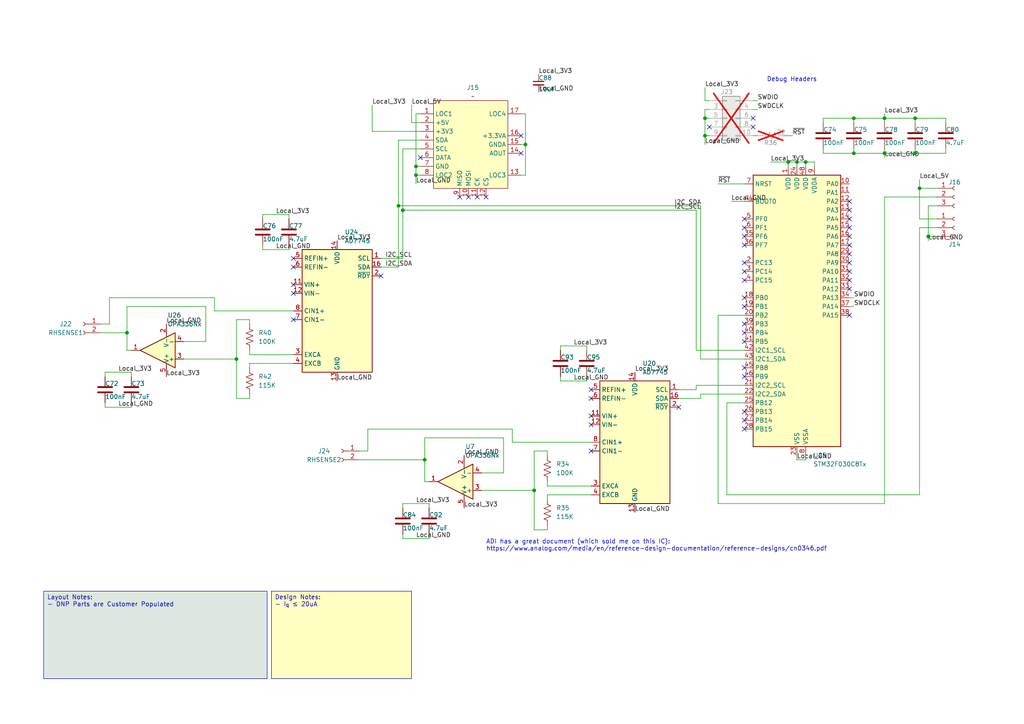
<source format=kicad_sch>
(kicad_sch (version 20231120) (generator "eeschema") (generator_version "8.0")
  (paper "A4")
  (title_block (title "FruityLogger") (date "2024-03-11") (rev "A") (company "FruityJungle Co."))
  (lib_symbols
    (symbol "Amplifier_Operational:OPA336Nx" (pin_names (offset 0.127))
      (property "Reference" "U" (at -1.27 6.35 0))
      (property "Value" "OPA336Nx" (at -1.27 3.81 0))
      (symbol "OPA336Nx_0_1"
        (polyline (pts (xy -5.08 5.08) (xy 5.08 0) (xy -5.08 -5.08) (xy -5.08 5.08)) (stroke (width 0.254)) (fill (type background)))
        (pin power_in line (at -2.54 -7.62 90) (length 3.81) (name "V-") (number "2"))
        (pin power_in line (at -2.54 7.62 270) (length 3.81) (name "V+") (number "5"))
      )
      (symbol "OPA336Nx_1_1"
        (pin output line (at 7.62 0 180) (length 2.54) (name "~") (number "1"))
        (pin input line (at -7.62 2.54 0) (length 2.54) (name "+") (number "3"))
        (pin input line (at -7.62 -2.54 0) (length 2.54) (name "-") (number "4"))
      )
    )
    (symbol "Analog_ADC:AD7745"
      (property "Reference" "U" (at -10.16 18.415 0))
      (property "Value" "AD7745" (at 10.16 18.415 0))
      (symbol "AD7745_0_1"
        (rectangle (start -10.16 17.78) (end 10.16 -17.78) (stroke (width 0.254)) (fill (type background)))
      )
      (symbol "AD7745_1_1"
        (pin input line (at 12.7 15.24 180) (length 2.54) (name "SCL") (number "1"))
        (pin no_connect line (at -10.16 -7.62 0) (length 2.54) hide (name "NC") (number "10"))
        (pin input line (at -12.7 7.62 0) (length 2.54) (name "VIN+") (number "11"))
        (pin input line (at -12.7 5.08 0) (length 2.54) (name "VIN-") (number "12"))
        (pin power_in line (at 0 -20.32 90) (length 2.54) (name "GND") (number "13"))
        (pin power_in line (at 0 20.32 270) (length 2.54) (name "VDD") (number "14"))
        (pin no_connect line (at 10.16 -15.24 180) (length 2.54) hide (name "NC") (number "15"))
        (pin bidirectional line (at 12.7 12.7 180) (length 2.54) (name "SDA") (number "16"))
        (pin output line (at 12.7 10.16 180) (length 2.54) (name "~{RDY}") (number "2"))
        (pin output line (at -12.7 -12.7 0) (length 2.54) (name "EXCA") (number "3"))
        (pin output line (at -12.7 -15.24 0) (length 2.54) (name "EXCB") (number "4"))
        (pin input line (at -12.7 15.24 0) (length 2.54) (name "REFIN+") (number "5"))
        (pin input line (at -12.7 12.7 0) (length 2.54) (name "REFIN-") (number "6"))
        (pin passive line (at -12.7 -2.54 0) (length 2.54) (name "CIN1-") (number "7"))
        (pin passive line (at -12.7 0 0) (length 2.54) (name "CIN1+") (number "8"))
        (pin no_connect line (at -10.16 -5.08 0) (length 2.54) hide (name "NC") (number "9"))
      )
    )
    (symbol "Connector:Conn_01x02_Socket" (pin_names (offset 1.016) hide)
      (property "Reference" "J" (at 0 2.54 0))
      (property "Value" "Conn_01x02_Socket" (at 0 -5.08 0))
      (symbol "Conn_01x02_Socket_1_1"
        (arc (start 0 -2.032) (mid -0.5058 -2.54) (end 0 -3.048) (stroke (width 0.1524)))
        (polyline (pts (xy -1.27 -2.54) (xy -0.508 -2.54)) (stroke (width 0.1524)))
        (polyline (pts (xy -1.27 0) (xy -0.508 0)) (stroke (width 0.1524)))
        (arc (start 0 0.508) (mid -0.5058 0) (end 0 -0.508) (stroke (width 0.1524)))
        (pin passive line (at -5.08 0 0) (length 3.81) (name "Pin_1") (number "1"))
        (pin passive line (at -5.08 -2.54 0) (length 3.81) (name "Pin_2") (number "2"))
      )
    )
    (symbol "Connector:Conn_01x03_Socket" (pin_names (offset 1.016) hide)
      (property "Reference" "J" (at 0 5.08 0))
      (property "Value" "Conn_01x03_Socket" (at 0 -5.08 0))
      (symbol "Conn_01x03_Socket_1_1"
        (arc (start 0 -2.032) (mid -0.5058 -2.54) (end 0 -3.048) (stroke (width 0.1524)))
        (polyline (pts (xy -1.27 -2.54) (xy -0.508 -2.54)) (stroke (width 0.1524)))
        (polyline (pts (xy -1.27 0) (xy -0.508 0)) (stroke (width 0.1524)))
        (polyline (pts (xy -1.27 2.54) (xy -0.508 2.54)) (stroke (width 0.1524)))
        (arc (start 0 0.508) (mid -0.5058 0) (end 0 -0.508) (stroke (width 0.1524)))
        (arc (start 0 3.048) (mid -0.5058 2.54) (end 0 2.032) (stroke (width 0.1524)))
        (pin passive line (at -5.08 2.54 0) (length 3.81) (name "Pin_1") (number "1"))
        (pin passive line (at -5.08 0 0) (length 3.81) (name "Pin_2") (number "2"))
        (pin passive line (at -5.08 -2.54 0) (length 3.81) (name "Pin_3") (number "3"))
      )
    )
    (symbol "Connector_Generic:Conn_02x05_Odd_Even" (pin_names (offset 1.016) hide)
      (property "Reference" "J" (at 1.27 7.62 0))
      (property "Value" "Conn_02x05_Odd_Even" (at 1.27 -7.62 0))
      (symbol "Conn_02x05_Odd_Even_1_1"
        (rectangle (start -1.27 -4.953) (end 0 -5.207) (stroke (width 0.1524)))
        (rectangle (start -1.27 -2.413) (end 0 -2.667) (stroke (width 0.1524)))
        (rectangle (start -1.27 0.127) (end 0 -0.127) (stroke (width 0.1524)))
        (rectangle (start -1.27 2.667) (end 0 2.413) (stroke (width 0.1524)))
        (rectangle (start -1.27 5.207) (end 0 4.953) (stroke (width 0.1524)))
        (rectangle (start -1.27 6.35) (end 3.81 -6.35) (stroke (width 0.254)) (fill (type background)))
        (rectangle (start 3.81 -4.953) (end 2.54 -5.207) (stroke (width 0.1524)))
        (rectangle (start 3.81 -2.413) (end 2.54 -2.667) (stroke (width 0.1524)))
        (rectangle (start 3.81 0.127) (end 2.54 -0.127) (stroke (width 0.1524)))
        (rectangle (start 3.81 2.667) (end 2.54 2.413) (stroke (width 0.1524)))
        (rectangle (start 3.81 5.207) (end 2.54 4.953) (stroke (width 0.1524)))
        (pin passive line (at -5.08 5.08 0) (length 3.81) (name "Pin_1") (number "1"))
        (pin passive line (at 7.62 -5.08 180) (length 3.81) (name "Pin_10") (number "10"))
        (pin passive line (at 7.62 5.08 180) (length 3.81) (name "Pin_2") (number "2"))
        (pin passive line (at -5.08 2.54 0) (length 3.81) (name "Pin_3") (number "3"))
        (pin passive line (at 7.62 2.54 180) (length 3.81) (name "Pin_4") (number "4"))
        (pin passive line (at -5.08 0 0) (length 3.81) (name "Pin_5") (number "5"))
        (pin passive line (at 7.62 0 180) (length 3.81) (name "Pin_6") (number "6"))
        (pin passive line (at -5.08 -2.54 0) (length 3.81) (name "Pin_7") (number "7"))
        (pin passive line (at 7.62 -2.54 180) (length 3.81) (name "Pin_8") (number "8"))
        (pin passive line (at -5.08 -5.08 0) (length 3.81) (name "Pin_9") (number "9"))
      )
    )
    (symbol "Device:C" (pin_numbers hide) (pin_names (offset 0.254))
      (property "Reference" "C" (at 0.635 2.54 0))
      (property "Value" "C" (at 0.635 -2.54 0))
      (symbol "C_0_1"
        (polyline (pts (xy -2.032 -0.762) (xy 2.032 -0.762)) (stroke (width 0.508)))
        (polyline (pts (xy -2.032 0.762) (xy 2.032 0.762)) (stroke (width 0.508)))
      )
      (symbol "C_1_1"
        (pin passive line (at 0 3.81 270) (length 2.794) (name "~") (number "1"))
        (pin passive line (at 0 -3.81 90) (length 2.794) (name "~") (number "2"))
      )
    )
    (symbol "Device:C_Small" (pin_numbers hide) (pin_names (offset 0.254) hide)
      (property "Reference" "C" (at 0.254 1.778 0))
      (property "Value" "C_Small" (at 0.254 -2.032 0))
      (symbol "C_Small_0_1"
        (polyline (pts (xy -1.524 -0.508) (xy 1.524 -0.508)) (stroke (width 0.3302)))
        (polyline (pts (xy -1.524 0.508) (xy 1.524 0.508)) (stroke (width 0.3048)))
      )
      (symbol "C_Small_1_1"
        (pin passive line (at 0 2.54 270) (length 2.032) (name "~") (number "1"))
        (pin passive line (at 0 -2.54 90) (length 2.032) (name "~") (number "2"))
      )
    )
    (symbol "Device:R_US" (pin_numbers hide) (pin_names (offset 0))
      (property "Reference" "R" (at 2.54 0 90))
      (property "Value" "R_US" (at -2.54 0 90))
      (symbol "R_US_0_1"
        (polyline (pts (xy 0 -2.286) (xy 0 -2.54)))
        (polyline (pts (xy 0 2.286) (xy 0 2.54)))
        (polyline (pts (xy 0 -0.762) (xy 1.016 -1.143) (xy 0 -1.524) (xy -1.016 -1.905) (xy 0 -2.286)))
        (polyline (pts (xy 0 0.762) (xy 1.016 0.381) (xy 0 0) (xy -1.016 -0.381) (xy 0 -0.762)))
        (polyline (pts (xy 0 2.286) (xy 1.016 1.905) (xy 0 1.524) (xy -1.016 1.143) (xy 0 0.762)))
      )
      (symbol "R_US_1_1"
        (pin passive line (at 0 3.81 270) (length 1.27) (name "~") (number "1"))
        (pin passive line (at 0 -3.81 90) (length 1.27) (name "~") (number "2"))
      )
    )
    (symbol "MCU_ST_STM32F0:STM32F030C8Tx"
      (property "Reference" "U" (at -12.7 41.91 0))
      (property "Value" "STM32F030C8Tx" (at 7.62 41.91 0))
      (symbol "STM32F030C8Tx_0_1"
        (rectangle (start -12.7 -38.1) (end 12.7 40.64) (stroke (width 0.254)) (fill (type background)))
      )
      (symbol "STM32F030C8Tx_1_1"
        (pin power_in line (at -2.54 43.18 270) (length 2.54) (name "VDD") (number "1"))
        (pin bidirectional line (at 15.24 38.1 180) (length 2.54) (name "PA0") (number "10"))
        (pin bidirectional line (at 15.24 35.56 180) (length 2.54) (name "PA1") (number "11"))
        (pin bidirectional line (at 15.24 33.02 180) (length 2.54) (name "PA2") (number "12"))
        (pin bidirectional line (at 15.24 30.48 180) (length 2.54) (name "PA3") (number "13"))
        (pin bidirectional line (at 15.24 27.94 180) (length 2.54) (name "PA4") (number "14"))
        (pin bidirectional line (at 15.24 25.4 180) (length 2.54) (name "PA5") (number "15"))
        (pin bidirectional line (at 15.24 22.86 180) (length 2.54) (name "PA6") (number "16"))
        (pin bidirectional line (at 15.24 20.32 180) (length 2.54) (name "PA7") (number "17"))
        (pin bidirectional line (at -15.24 5.08 0) (length 2.54) (name "PB0") (number "18"))
        (pin bidirectional line (at -15.24 2.54 0) (length 2.54) (name "PB1") (number "19"))
        (pin bidirectional line (at -15.24 15.24 0) (length 2.54) (name "PC13") (number "2"))
        (pin bidirectional line (at -15.24 0 0) (length 2.54) (name "PB2") (number "20"))
        (pin bidirectional line (at -15.24 -20.32 0) (length 2.54) (name "PB10") (number "21") (alternate "I2C2_SCL" bidirectional line))
        (pin bidirectional line (at -15.24 -22.86 0) (length 2.54) (name "PB11") (number "22") (alternate "I2C2_SDA" bidirectional line))
        (pin power_in line (at 0 -40.64 90) (length 2.54) (name "VSS") (number "23"))
        (pin power_in line (at 0 43.18 270) (length 2.54) (name "VDD") (number "24"))
        (pin bidirectional line (at -15.24 -25.4 0) (length 2.54) (name "PB12") (number "25"))
        (pin bidirectional line (at -15.24 -27.94 0) (length 2.54) (name "PB13") (number "26"))
        (pin bidirectional line (at -15.24 -30.48 0) (length 2.54) (name "PB14") (number "27"))
        (pin bidirectional line (at -15.24 -33.02 0) (length 2.54) (name "PB15") (number "28"))
        (pin bidirectional line (at 15.24 17.78 180) (length 2.54) (name "PA8") (number "29"))
        (pin bidirectional line (at -15.24 12.7 0) (length 2.54) (name "PC14") (number "3"))
        (pin bidirectional line (at 15.24 15.24 180) (length 2.54) (name "PA9") (number "30"))
        (pin bidirectional line (at 15.24 12.7 180) (length 2.54) (name "PA10") (number "31"))
        (pin bidirectional line (at 15.24 10.16 180) (length 2.54) (name "PA11") (number "32"))
        (pin bidirectional line (at 15.24 7.62 180) (length 2.54) (name "PA12") (number "33"))
        (pin bidirectional line (at 15.24 5.08 180) (length 2.54) (name "PA13") (number "34"))
        (pin bidirectional line (at -15.24 22.86 0) (length 2.54) (name "PF6") (number "35") (alternate "I2C2_SCL" bidirectional line))
        (pin bidirectional line (at -15.24 20.32 0) (length 2.54) (name "PF7") (number "36") (alternate "I2C2_SDA" bidirectional line))
        (pin bidirectional line (at 15.24 2.54 180) (length 2.54) (name "PA14") (number "37"))
        (pin bidirectional line (at 15.24 0 180) (length 2.54) (name "PA15") (number "38"))
        (pin bidirectional line (at -15.24 -2.54 0) (length 2.54) (name "PB3") (number "39"))
        (pin bidirectional line (at -15.24 10.16 0) (length 2.54) (name "PC15") (number "4"))
        (pin bidirectional line (at -15.24 -5.08 0) (length 2.54) (name "PB4") (number "40"))
        (pin bidirectional line (at -15.24 -7.62 0) (length 2.54) (name "PB5") (number "41") (alternate "" input line))
        (pin bidirectional line (at -15.24 -10.16 0) (length 2.54) (name "PB6") (number "42") (alternate "I2C1_SCL" bidirectional line))
        (pin bidirectional line (at -15.24 -12.7 0) (length 2.54) (name "PB7") (number "43") (alternate "I2C1_SDA" bidirectional line))
        (pin input line (at -15.24 33.02 0) (length 2.54) (name "BOOT0") (number "44"))
        (pin bidirectional line (at -15.24 -15.24 0) (length 2.54) (name "PB8") (number "45") (alternate "I2C1_SCL" bidirectional line))
        (pin bidirectional line (at -15.24 -17.78 0) (length 2.54) (name "PB9") (number "46") (alternate "I2C1_SDA" bidirectional line))
        (pin passive line (at 0 -40.64 90) (length 2.54) hide (name "VSS") (number "47"))
        (pin power_in line (at 2.54 43.18 270) (length 2.54) (name "VDD") (number "48"))
        (pin bidirectional line (at -15.24 27.94 0) (length 2.54) (name "PF0") (number "5"))
        (pin bidirectional line (at -15.24 25.4 0) (length 2.54) (name "PF1") (number "6"))
        (pin input line (at -15.24 38.1 0) (length 2.54) (name "NRST") (number "7"))
        (pin power_in line (at 2.54 -40.64 90) (length 2.54) (name "VSSA") (number "8"))
        (pin power_in line (at 5.08 43.18 270) (length 2.54) (name "VDDA") (number "9"))
      )
    )
    (symbol "ProjectLib:FloggyDigitalModule"
      (property "Reference" "J" (at 8.128 14.986 0))
      (symbol "FloggyDigitalModule_1_1"
        (rectangle (start -11.43 13.97) (end 10.16 -11.43) (fill (type background)))
        (pin passive line (at -15.24 10.16 0) (length 3.81) (name "LOC1") (number "1"))
        (pin input line (at -1.27 -13.97 90) (length 2.54) (name "MOSI") (number "10"))
        (pin input line (at 1.27 -13.97 90) (length 2.54) (name "CK") (number "11"))
        (pin input line (at 3.81 -13.97 90) (length 2.54) (name "CS") (number "12"))
        (pin passive line (at 13.97 -7.62 180) (length 3.81) (name "LOC3") (number "13"))
        (pin passive line (at 13.97 -1.27 180) (length 3.81) (name "AOUT") (number "14"))
        (pin passive line (at 13.97 1.27 180) (length 3.81) (name "GNDA") (number "15"))
        (pin passive line (at 13.97 3.81 180) (length 3.81) (name "+3.3VA") (number "16"))
        (pin passive line (at 13.97 10.16 180) (length 3.81) (name "LOC4") (number "17"))
        (pin power_in line (at -15.24 7.62 0) (length 3.81) (name "+5V") (number "2"))
        (pin power_in line (at -15.24 5.08 0) (length 3.81) (name "+3V3") (number "3"))
        (pin bidirectional line (at -15.24 2.54 0) (length 3.81) (name "SDA") (number "4"))
        (pin input line (at -15.24 0 0) (length 3.81) (name "SCL") (number "5"))
        (pin bidirectional line (at -15.24 -2.54 0) (length 3.81) (name "DATA") (number "6"))
        (pin passive line (at -15.24 -5.08 0) (length 3.81) (name "GND") (number "7"))
        (pin passive line (at -15.24 -7.62 0) (length 3.81) (name "LOC2") (number "8"))
        (pin bidirectional line (at -3.81 -13.97 90) (length 2.54) (name "MISO") (number "9"))
      )
    )
  )
  (junction (at 120.65 50.8))
  (junction (at 120.65 48.26))
  (junction (at 233.68 46.99))
  (junction (at 116.84 60.96))
  (junction (at 247.65 34.29))
  (junction (at 68.58 104.14))
  (junction (at 115.57 59.69))
  (junction (at 265.43 44.45))
  (junction (at 265.43 34.29))
  (junction (at 204.47 39.37))
  (junction (at 231.14 46.99))
  (junction (at 36.83 96.52))
  (junction (at 247.65 44.45))
  (junction (at 269.24 68.58))
  (junction (at 256.54 44.45))
  (junction (at 204.47 34.29))
  (junction (at 266.7 54.61))
  (junction (at 152.4 41.91))
  (junction (at 228.6 46.99))
  (junction (at 123.19 133.35))
  (junction (at 154.94 142.24))
  (junction (at 256.54 34.29))
  (no_connect (at 215.9 76.2))
  (no_connect (at 215.9 71.12))
  (no_connect (at 218.44 36.83))
  (no_connect (at 138.43 57.15))
  (no_connect (at 246.38 83.82))
  (no_connect (at 215.9 99.06))
  (no_connect (at 215.9 124.46))
  (no_connect (at 110.49 80.01))
  (no_connect (at 135.89 57.15))
  (no_connect (at 246.38 78.74))
  (no_connect (at 246.38 73.66))
  (no_connect (at 171.45 120.65))
  (no_connect (at 215.9 96.52))
  (no_connect (at 85.09 82.55))
  (no_connect (at 205.74 36.83))
  (no_connect (at 246.38 81.28))
  (no_connect (at 85.09 92.71))
  (no_connect (at 215.9 66.04))
  (no_connect (at 171.45 130.81))
  (no_connect (at 215.9 121.92))
  (no_connect (at 85.09 74.93))
  (no_connect (at 215.9 93.98))
  (no_connect (at 215.9 78.74))
  (no_connect (at 151.13 39.37))
  (no_connect (at 133.35 57.15))
  (no_connect (at 215.9 109.22))
  (no_connect (at 140.97 57.15))
  (no_connect (at 246.38 71.12))
  (no_connect (at 218.44 34.29))
  (no_connect (at 246.38 63.5))
  (no_connect (at 85.09 77.47))
  (no_connect (at 85.09 85.09))
  (no_connect (at 171.45 123.19))
  (no_connect (at 215.9 63.5))
  (no_connect (at 246.38 60.96))
  (no_connect (at 246.38 91.44))
  (no_connect (at 215.9 68.58))
  (no_connect (at 171.45 115.57))
  (no_connect (at 121.92 45.72))
  (no_connect (at 246.38 68.58))
  (no_connect (at 151.13 44.45))
  (no_connect (at 215.9 81.28))
  (no_connect (at 196.85 118.11))
  (no_connect (at 171.45 113.03))
  (no_connect (at 215.9 106.68))
  (no_connect (at 246.38 76.2))
  (no_connect (at 215.9 88.9))
  (no_connect (at 246.38 66.04))
  (no_connect (at 215.9 119.38))
  (no_connect (at 246.38 58.42))
  (no_connect (at 215.9 86.36))
  (wire (pts (xy 68.58 92.71) (xy 72.39 92.71)))
  (wire (pts (xy 76.2 72.39) (xy 83.82 72.39)))
  (wire (pts (xy 62.23 86.36) (xy 62.23 90.17)))
  (wire (pts (xy 119.38 30.48) (xy 119.38 35.56)))
  (wire (pts (xy 158.75 153.67) (xy 154.94 153.67)))
  (wire (pts (xy 152.4 41.91) (xy 152.4 33.02)))
  (wire (pts (xy 201.93 111.76) (xy 201.93 113.03)))
  (wire (pts (xy 218.44 29.21) (xy 219.71 29.21)))
  (wire (pts (xy 59.69 88.9) (xy 36.83 88.9)))
  (wire (pts (xy 116.84 156.21) (xy 124.46 156.21)))
  (wire (pts (xy 154.94 142.24) (xy 154.94 130.81)))
  (wire (pts (xy 29.21 96.52) (xy 36.83 96.52)))
  (wire (pts (xy 271.78 59.69) (xy 269.24 59.69)))
  (wire (pts (xy 215.9 116.84) (xy 210.82 116.84)))
  (wire (pts (xy 215.9 58.42) (xy 212.09 58.42)))
  (wire (pts (xy 271.78 68.58) (xy 269.24 68.58)))
  (wire (pts (xy 36.83 101.6) (xy 38.1 101.6)))
  (wire (pts (xy 53.34 99.06) (xy 59.69 99.06)))
  (wire (pts (xy 204.47 34.29) (xy 205.74 34.29)))
  (wire (pts (xy 162.56 109.22) (xy 162.56 110.49)))
  (wire (pts (xy 266.7 52.07) (xy 266.7 54.61)))
  (wire (pts (xy 83.82 72.39) (xy 83.82 71.12)))
  (wire (pts (xy 30.48 107.95) (xy 30.48 109.22)))
  (wire (pts (xy 208.28 91.44) (xy 208.28 146.05)))
  (wire (pts (xy 116.84 154.94) (xy 116.84 156.21)))
  (wire (pts (xy 274.32 34.29) (xy 274.32 35.56)))
  (wire (pts (xy 203.2 114.3) (xy 215.9 114.3)))
  (wire (pts (xy 247.65 44.45) (xy 256.54 44.45)))
  (wire (pts (xy 120.65 48.26) (xy 121.92 48.26)))
  (wire (pts (xy 115.57 40.64) (xy 115.57 59.69)))
  (wire (pts (xy 152.4 33.02) (xy 151.13 33.02)))
  (wire (pts (xy 115.57 77.47) (xy 110.49 77.47)))
  (wire (pts (xy 256.54 44.45) (xy 265.43 44.45)))
  (wire (pts (xy 38.1 107.95) (xy 38.1 109.22)))
  (wire (pts (xy 223.52 46.99) (xy 228.6 46.99)))
  (wire (pts (xy 76.2 62.23) (xy 83.82 62.23)))
  (wire (pts (xy 256.54 57.15) (xy 271.78 57.15)))
  (wire (pts (xy 233.68 46.99) (xy 233.68 48.26)))
  (wire (pts (xy 231.14 46.99) (xy 233.68 46.99)))
  (wire (pts (xy 158.75 152.4) (xy 158.75 153.67)))
  (wire (pts (xy 228.6 48.26) (xy 228.6 46.99)))
  (wire (pts (xy 238.76 35.56) (xy 238.76 34.29)))
  (wire (pts (xy 256.54 34.29) (xy 256.54 35.56)))
  (wire (pts (xy 218.44 39.37) (xy 219.71 39.37)))
  (wire (pts (xy 123.19 127) (xy 123.19 133.35)))
  (wire (pts (xy 266.7 54.61) (xy 271.78 54.61)))
  (wire (pts (xy 204.47 25.4) (xy 204.47 29.21)))
  (wire (pts (xy 124.46 146.05) (xy 124.46 147.32)))
  (wire (pts (xy 201.93 60.96) (xy 201.93 101.6)))
  (wire (pts (xy 36.83 88.9) (xy 36.83 96.52)))
  (wire (pts (xy 238.76 34.29) (xy 247.65 34.29)))
  (wire (pts (xy 162.56 100.33) (xy 162.56 101.6)))
  (wire (pts (xy 115.57 59.69) (xy 115.57 77.47)))
  (wire (pts (xy 247.65 34.29) (xy 247.65 35.56)))
  (wire (pts (xy 158.75 143.51) (xy 158.75 144.78)))
  (wire (pts (xy 256.54 34.29) (xy 265.43 34.29)))
  (wire (pts (xy 72.39 102.87) (xy 72.39 101.6)))
  (wire (pts (xy 247.65 34.29) (xy 256.54 34.29)))
  (wire (pts (xy 196.85 113.03) (xy 201.93 113.03)))
  (wire (pts (xy 121.92 35.56) (xy 119.38 35.56)))
  (wire (pts (xy 269.24 68.58) (xy 269.24 69.85)))
  (wire (pts (xy 72.39 114.3) (xy 72.39 115.57)))
  (wire (pts (xy 246.38 86.36) (xy 247.65 86.36)))
  (wire (pts (xy 201.93 101.6) (xy 215.9 101.6)))
  (wire (pts (xy 201.93 111.76) (xy 215.9 111.76)))
  (wire (pts (xy 116.84 146.05) (xy 124.46 146.05)))
  (wire (pts (xy 204.47 31.75) (xy 204.47 34.29)))
  (wire (pts (xy 123.19 139.7) (xy 124.46 139.7)))
  (wire (pts (xy 120.65 50.8) (xy 120.65 48.26)))
  (wire (pts (xy 266.7 63.5) (xy 266.7 54.61)))
  (wire (pts (xy 162.56 110.49) (xy 170.18 110.49)))
  (wire (pts (xy 158.75 130.81) (xy 158.75 132.08)))
  (wire (pts (xy 68.58 104.14) (xy 68.58 92.71)))
  (wire (pts (xy 238.76 44.45) (xy 247.65 44.45)))
  (wire (pts (xy 205.74 31.75) (xy 204.47 31.75)))
  (wire (pts (xy 110.49 74.93) (xy 116.84 74.93)))
  (wire (pts (xy 30.48 116.84) (xy 30.48 118.11)))
  (wire (pts (xy 116.84 43.18) (xy 116.84 60.96)))
  (wire (pts (xy 238.76 43.18) (xy 238.76 44.45)))
  (wire (pts (xy 121.92 50.8) (xy 120.65 50.8)))
  (wire (pts (xy 30.48 107.95) (xy 38.1 107.95)))
  (wire (pts (xy 256.54 146.05) (xy 256.54 57.15)))
  (wire (pts (xy 218.44 31.75) (xy 219.71 31.75)))
  (wire (pts (xy 228.6 46.99) (xy 231.14 46.99)))
  (wire (pts (xy 120.65 33.02) (xy 121.92 33.02)))
  (wire (pts (xy 208.28 146.05) (xy 256.54 146.05)))
  (wire (pts (xy 146.05 137.16) (xy 146.05 127)))
  (wire (pts (xy 116.84 146.05) (xy 116.84 147.32)))
  (wire (pts (xy 203.2 104.14) (xy 215.9 104.14)))
  (wire (pts (xy 256.54 33.02) (xy 256.54 34.29)))
  (wire (pts (xy 139.7 137.16) (xy 146.05 137.16)))
  (wire (pts (xy 152.4 50.8) (xy 152.4 41.91)))
  (wire (pts (xy 171.45 143.51) (xy 158.75 143.51)))
  (wire (pts (xy 72.39 105.41) (xy 72.39 106.68)))
  (wire (pts (xy 170.18 100.33) (xy 170.18 101.6)))
  (wire (pts (xy 72.39 92.71) (xy 72.39 93.98)))
  (wire (pts (xy 106.68 130.81) (xy 104.14 130.81)))
  (wire (pts (xy 154.94 130.81) (xy 158.75 130.81)))
  (wire (pts (xy 151.13 50.8) (xy 152.4 50.8)))
  (wire (pts (xy 30.48 118.11) (xy 38.1 118.11)))
  (wire (pts (xy 265.43 34.29) (xy 274.32 34.29)))
  (wire (pts (xy 76.2 71.12) (xy 76.2 72.39)))
  (wire (pts (xy 231.14 132.08) (xy 231.14 133.35)))
  (wire (pts (xy 162.56 100.33) (xy 170.18 100.33)))
  (wire (pts (xy 210.82 143.51) (xy 266.7 143.51)))
  (wire (pts (xy 85.09 105.41) (xy 72.39 105.41)))
  (wire (pts (xy 124.46 156.21) (xy 124.46 154.94)))
  (wire (pts (xy 171.45 140.97) (xy 158.75 140.97)))
  (wire (pts (xy 115.57 59.69) (xy 203.2 59.69)))
  (wire (pts (xy 256.54 44.45) (xy 256.54 45.72)))
  (wire (pts (xy 31.75 93.98) (xy 31.75 86.36)))
  (wire (pts (xy 205.74 29.21) (xy 204.47 29.21)))
  (wire (pts (xy 256.54 43.18) (xy 256.54 44.45)))
  (wire (pts (xy 76.2 62.23) (xy 76.2 63.5)))
  (wire (pts (xy 158.75 140.97) (xy 158.75 139.7)))
  (wire (pts (xy 154.94 153.67) (xy 154.94 142.24)))
  (wire (pts (xy 116.84 60.96) (xy 116.84 74.93)))
  (wire (pts (xy 231.14 46.99) (xy 231.14 48.26)))
  (wire (pts (xy 210.82 116.84) (xy 210.82 143.51)))
  (wire (pts (xy 233.68 133.35) (xy 233.68 132.08)))
  (wire (pts (xy 121.92 43.18) (xy 116.84 43.18)))
  (wire (pts (xy 59.69 99.06) (xy 59.69 88.9)))
  (wire (pts (xy 246.38 88.9) (xy 247.65 88.9)))
  (wire (pts (xy 120.65 50.8) (xy 120.65 53.34)))
  (wire (pts (xy 104.14 133.35) (xy 123.19 133.35)))
  (wire (pts (xy 120.65 48.26) (xy 120.65 33.02)))
  (wire (pts (xy 146.05 127) (xy 123.19 127)))
  (wire (pts (xy 106.68 124.46) (xy 148.59 124.46)))
  (wire (pts (xy 204.47 39.37) (xy 205.74 39.37)))
  (wire (pts (xy 247.65 43.18) (xy 247.65 44.45)))
  (wire (pts (xy 121.92 40.64) (xy 115.57 40.64)))
  (wire (pts (xy 68.58 115.57) (xy 68.58 104.14)))
  (wire (pts (xy 29.21 93.98) (xy 31.75 93.98)))
  (wire (pts (xy 116.84 60.96) (xy 201.93 60.96)))
  (wire (pts (xy 271.78 63.5) (xy 266.7 63.5)))
  (wire (pts (xy 72.39 115.57) (xy 68.58 115.57)))
  (wire (pts (xy 148.59 124.46) (xy 148.59 128.27)))
  (wire (pts (xy 204.47 39.37) (xy 204.47 41.91)))
  (wire (pts (xy 231.14 133.35) (xy 233.68 133.35)))
  (wire (pts (xy 123.19 133.35) (xy 123.19 139.7)))
  (wire (pts (xy 269.24 59.69) (xy 269.24 68.58)))
  (wire (pts (xy 274.32 44.45) (xy 274.32 43.18)))
  (wire (pts (xy 151.13 41.91) (xy 152.4 41.91)))
  (wire (pts (xy 170.18 110.49) (xy 170.18 109.22)))
  (wire (pts (xy 107.95 30.48) (xy 107.95 38.1)))
  (wire (pts (xy 107.95 38.1) (xy 121.92 38.1)))
  (wire (pts (xy 38.1 118.11) (xy 38.1 116.84)))
  (wire (pts (xy 203.2 59.69) (xy 203.2 104.14)))
  (wire (pts (xy 203.2 114.3) (xy 203.2 115.57)))
  (wire (pts (xy 31.75 86.36) (xy 62.23 86.36)))
  (wire (pts (xy 53.34 104.14) (xy 68.58 104.14)))
  (wire (pts (xy 139.7 142.24) (xy 154.94 142.24)))
  (wire (pts (xy 83.82 62.23) (xy 83.82 63.5)))
  (wire (pts (xy 215.9 91.44) (xy 208.28 91.44)))
  (wire (pts (xy 233.68 46.99) (xy 236.22 46.99)))
  (wire (pts (xy 265.43 44.45) (xy 274.32 44.45)))
  (wire (pts (xy 266.7 143.51) (xy 266.7 66.04)))
  (wire (pts (xy 62.23 90.17) (xy 85.09 90.17)))
  (wire (pts (xy 85.09 102.87) (xy 72.39 102.87)))
  (wire (pts (xy 266.7 66.04) (xy 271.78 66.04)))
  (wire (pts (xy 208.28 53.34) (xy 215.9 53.34)))
  (wire (pts (xy 36.83 96.52) (xy 36.83 101.6)))
  (wire (pts (xy 265.43 34.29) (xy 265.43 35.56)))
  (wire (pts (xy 203.2 115.57) (xy 196.85 115.57)))
  (wire (pts (xy 236.22 46.99) (xy 236.22 48.26)))
  (wire (pts (xy 204.47 34.29) (xy 204.47 39.37)))
  (wire (pts (xy 106.68 124.46) (xy 106.68 130.81)))
  (wire (pts (xy 227.33 39.37) (xy 229.87 39.37)))
  (wire (pts (xy 265.43 43.18) (xy 265.43 44.45)))
  (wire (pts (xy 148.59 128.27) (xy 171.45 128.27)))
  (text_box "Design Notes:\n- I_{q} ≤ 20uA" (at 78.74 171.45 0) (size 40.64 25.4) (fill (type color) (color 255 255 194 1)) (effects (font (size 1.27 1.27)) (justify left top)))
  (text_box "Layout Notes:\n- DNP Parts are Customer Populated" (at 12.7 171.45 0) (size 64.77 25.4) (fill (type color) (color 222 231 223 1)) (effects (font (size 1.27 1.27)) (justify left top)))
  (text "Debug Headers" (at 236.982 23.114 0) (effects (font (size 1.27 1.27)) (justify right)))
  (text "ADI has a great document (which sold me on this IC):\nhttps://www.analog.com/media/en/reference-design-documentation/reference-designs/cn0346.pdf" (at 140.97 156.464 0) (effects (font (size 1.27 1.27)) (justify left top)))
  (label "I2C_SDA" (at 195.58 59.69 0))
  (label "Local_GND" (at 120.65 156.21 0))
  (label "Local_GND" (at 231.14 133.35 0))
  (label "SWDIO" (at 247.65 86.36 0))
  (label "Local_3V3" (at 134.62 147.32 0))
  (label "Local_3V3" (at 107.95 30.48 0))
  (label "Local_GND" (at 212.09 58.42 0))
  (label "Local_3V3" (at 97.79 69.85 0))
  (label "Local_GND" (at 48.26 93.98 0))
  (label "Local_5V" (at 266.7 52.07 0))
  (label "SWDCLK" (at 219.71 31.75 0))
  (label "Local_3V3" (at 184.15 107.95 0))
  (label "Local_3V3" (at 204.47 25.4 0))
  (label "Local_3V3" (at 34.29 107.95 0))
  (label "Local_GND" (at 80.01 72.39 0))
  (label "Local_GND" (at 134.62 132.08 0))
  (label "Local_3V3" (at 156.21 21.59 0))
  (label "Local_3V3" (at 48.26 109.22 0))
  (label "Local_3V3" (at 256.54 33.02 0))
  (label "I2C_SDA" (at 111.76 77.47 0))
  (label "Local_GND" (at 156.21 26.67 0))
  (label "Local_GND" (at 269.24 69.85 0))
  (label "Local_GND" (at 166.37 110.49 0))
  (label "~{RST}" (at 229.87 39.37 0))
  (label "Local_GND" (at 34.29 118.11 0))
  (label "Local_3V3" (at 80.01 62.23 0))
  (label "Local_5V" (at 119.38 30.48 0))
  (label "Local_3V3" (at 120.65 146.05 0))
  (label "I2C_SCL" (at 195.58 60.96 0))
  (label "SWDIO" (at 219.71 29.21 0))
  (label "Local_GND" (at 97.79 110.49 0))
  (label "Local_3V3" (at 166.37 100.33 0))
  (label "Local_GND" (at 120.65 53.34 0))
  (label "SWDCLK" (at 247.65 88.9 0))
  (label "Local_GND" (at 184.15 148.59 0))
  (label "Local_GND" (at 204.47 41.91 0))
  (label "~{RST}" (at 208.28 53.34 0))
  (label "I2C_SCL" (at 111.76 74.93 0))
  (label "Local_GND" (at 256.54 45.72 0))
  (label "Local_3V3" (at 223.52 46.99 0))
  (symbol (lib_id "Device:C") (at 170.18 105.41 0) (unit 1)
    (property "Reference" "C95" (at 170.18 103.632 0) (effects (justify left)))
    (property "Value" "4.7uF" (at 170.18 107.442 0) (effects (justify left)))
    (property "Footprint" "Capacitor_SMD:C_0805_2012Metric" (effects (hide yes)))
    (property "Description" "Unpolarized capacitor" (effects (hide yes)))
    (property "JLCPCB Basic?" "True" (effects (hide yes)))
    (property "Cost" "0.0146" (effects (hide yes)))
    (property "JLCPCB" "https://jlcpcb.com/partdetail/2131-CL21A475KAQNNNE/C1779" (effects (hide yes)))
  )
  (symbol (lib_id "Connector:Conn_01x02_Socket") (at 99.06 130.81 0) (mirror y) (unit 1)
    (property "Reference" "J24" (at 93.98 130.81 0))
    (property "Value" "RHSENSE2" (at 93.98 133.35 0))
    (property "Footprint" "TerminalBlock_Phoenix:TerminalBlock_Phoenix_MPT-0,5-2-2.54_1x02_P2.54mm_Horizontal" (effects (hide yes)))
    (property "Description" "Generic connector, single row, 01x02, script generated" (effects (hide yes)))
  )
  (symbol (lib_id "Amplifier_Operational:OPA336Nx") (at 45.72 101.6 180) (unit 1)
    (property "Reference" "U26" (at 48.6059 91.44 0) (effects (justify right)))
    (property "Value" "OPA336Nx" (at 48.6059 93.98 0) (effects (justify right)))
    (property "Footprint" "Package_TO_SOT_SMD:SOT-23-5" (effects (hide yes)))
    (property "Datasheet" "https://www.ti.com/lit/ds/symlink/opa2336.pdf" (effects (hide yes)))
    (property "Description" "100 KHz, microPower CMOS, Op Amps, SOT-23-5" (effects (hide yes)))
    (property "Cost" "1.8555" (effects (hide yes)))
    (property "JLCPCB" "https://jlcpcb.com/partdetail/TexasInstruments-OPA336NA3K/C51037" (effects (hide yes)))
    (property "JLCPCB Basic?" "False" (effects (hide yes)))
  )
  (symbol (lib_id "Device:C") (at 238.76 39.37 0) (unit 1)
    (property "Reference" "C74" (at 238.76 37.592 0) (effects (justify left)))
    (property "Value" "100nF" (at 238.76 41.402 0) (effects (justify left)))
    (property "Footprint" "Capacitor_SMD:C_0603_1608Metric" (effects (hide yes)))
    (property "Description" "Unpolarized capacitor" (effects (hide yes)))
    (property "Cost" "0.0021" (effects (hide yes)))
    (property "JLCPCB" "https://jlcpcb.com/partdetail/Yageo-CC0603KRX7R9BB104/C14663" (effects (hide yes)))
    (property "JLCPCB Basic?" "True" (effects (hide yes)))
  )
  (symbol (lib_id "Device:R_US") (at 158.75 148.59 0) (unit 1)
    (property "Reference" "R35" (at 161.29 147.3199 0) (effects (justify left)))
    (property "Value" "115K" (at 161.29 149.8599 0) (effects (justify left)))
    (property "Footprint" "Resistor_SMD:R_0603_1608Metric" (effects (hide yes)))
    (property "Description" "Resistor, US symbol" (effects (hide yes)))
    (property "Cost" "0.0013" (effects (hide yes)))
    (property "JLCPCB" "https://jlcpcb.com/partdetail/Yageo-RC0603FR07115KL/C137806" (effects (hide yes)))
    (property "JLCPCB Basic?" "False" (effects (hide yes)))
  )
  (symbol (lib_id "Device:C") (at 247.65 39.37 0) (unit 1)
    (property "Reference" "C75" (at 247.65 37.592 0) (effects (justify left)))
    (property "Value" "100nF" (at 247.65 41.402 0) (effects (justify left)))
    (property "Footprint" "Capacitor_SMD:C_0603_1608Metric" (effects (hide yes)))
    (property "Description" "Unpolarized capacitor" (effects (hide yes)))
    (property "Cost" "0.0021" (effects (hide yes)))
    (property "JLCPCB" "https://jlcpcb.com/partdetail/Yageo-CC0603KRX7R9BB104/C14663" (effects (hide yes)))
    (property "JLCPCB Basic?" "True" (effects (hide yes)))
  )
  (symbol (lib_id "Connector:Conn_01x03_Socket") (at 276.86 57.15 0) (unit 1)
    (property "Reference" "J16" (at 275.082 52.832 0) (effects (justify left)))
    (property "Value" "Conn_01x03_Socket" (effects (hide yes)))
    (property "Footprint" "TerminalBlock_Phoenix:TerminalBlock_Phoenix_PT-1,5-3-3.5-H_1x03_P3.50mm_Horizontal" (effects (hide yes)))
    (property "Description" "Generic connector, single row, 01x03, script generated" (effects (hide yes)))
  )
  (symbol (lib_id "Device:R_US") (at 72.39 110.49 0) (unit 1)
    (property "Reference" "R42" (at 74.93 109.2199 0) (effects (justify left)))
    (property "Value" "115K" (at 74.93 111.7599 0) (effects (justify left)))
    (property "Footprint" "Resistor_SMD:R_0603_1608Metric" (effects (hide yes)))
    (property "Description" "Resistor, US symbol" (effects (hide yes)))
    (property "Cost" "0.0013" (effects (hide yes)))
    (property "JLCPCB" "https://jlcpcb.com/partdetail/Yageo-RC0603FR07115KL/C137806" (effects (hide yes)))
    (property "JLCPCB Basic?" "False" (effects (hide yes)))
  )
  (symbol (lib_id "Device:C") (at 38.1 113.03 0) (unit 1)
    (property "Reference" "C73" (at 38.1 111.252 0) (effects (justify left)))
    (property "Value" "4.7uF" (at 38.1 115.062 0) (effects (justify left)))
    (property "Footprint" "Capacitor_SMD:C_0805_2012Metric" (effects (hide yes)))
    (property "Description" "Unpolarized capacitor" (effects (hide yes)))
    (property "JLCPCB Basic?" "True" (effects (hide yes)))
    (property "Cost" "0.0146" (effects (hide yes)))
    (property "JLCPCB" "https://jlcpcb.com/partdetail/2131-CL21A475KAQNNNE/C1779" (effects (hide yes)))
  )
  (symbol (lib_id "MCU_ST_STM32F0:STM32F030C8Tx") (at 231.14 91.44 0) (unit 1)
    (property "Reference" "U25" (at 235.8741 132.08 0) (effects (justify left)))
    (property "Value" "STM32F030C8Tx" (at 235.8741 134.62 0) (effects (justify left)))
    (property "Footprint" "Package_QFP:LQFP-48_7x7mm_P0.5mm" (effects (hide yes)))
    (property "Datasheet" "https://www.st.com/resource/en/datasheet/stm32f030c8.pdf" (effects (hide yes)))
    (property "Description" "STMicroelectronics Arm Cortex-M0 MCU, 64KB flash, 8KB RAM, 48 MHz, 2.4-3.6V, 39 GPIO, LQFP48" (effects (hide yes)))
    (property "Cost" "0.07365" (effects (hide yes)))
    (property "JLCPCB" "https://jlcpcb.com/partdetail/Stmicroelectronics-STM32F030C8T6/C23922" (effects (hide yes)))
    (property "JLCPCB Basic?" "True" (effects (hide yes)))
    (pin "41" (alternate "PB5"))
    (pin "43" (alternate "I2C1_SDA"))
    (pin "42" (alternate "I2C1_SCL"))
    (pin "21" (alternate "I2C2_SCL"))
    (pin "22" (alternate "I2C2_SDA"))
  )
  (symbol (lib_id "Device:C") (at 265.43 39.37 0) (unit 1)
    (property "Reference" "C79" (at 265.43 37.592 0) (effects (justify left)))
    (property "Value" "100nF" (at 265.43 41.402 0) (effects (justify left)))
    (property "Footprint" "Capacitor_SMD:C_0603_1608Metric" (effects (hide yes)))
    (property "Description" "Unpolarized capacitor" (effects (hide yes)))
    (property "Cost" "0.0021" (effects (hide yes)))
    (property "JLCPCB" "https://jlcpcb.com/partdetail/Yageo-CC0603KRX7R9BB104/C14663" (effects (hide yes)))
    (property "JLCPCB Basic?" "True" (effects (hide yes)))
  )
  (symbol (lib_id "Device:C") (at 256.54 39.37 0) (unit 1)
    (property "Reference" "C78" (at 256.54 37.592 0) (effects (justify left)))
    (property "Value" "100nF" (at 256.54 41.402 0) (effects (justify left)))
    (property "Footprint" "Capacitor_SMD:C_0603_1608Metric" (effects (hide yes)))
    (property "Description" "Unpolarized capacitor" (effects (hide yes)))
    (property "Cost" "0.0021" (effects (hide yes)))
    (property "JLCPCB" "https://jlcpcb.com/partdetail/Yageo-CC0603KRX7R9BB104/C14663" (effects (hide yes)))
    (property "JLCPCB Basic?" "True" (effects (hide yes)))
  )
  (symbol (lib_id "ProjectLib:FloggyDigitalModule") (at 137.16 43.18 0) (unit 1)
    (property "Reference" "J15" (at 137.16 25.4 0))
    (property "Value" "~" (at 137.16 27.94 0))
    (property "Footprint" "ProjectLib:FloggyModuleShield" (effects (hide yes)))
  )
  (symbol (lib_id "Device:R_US") (at 158.75 135.89 0) (unit 1)
    (property "Reference" "R34" (at 161.29 134.6199 0) (effects (justify left)))
    (property "Value" "100K" (at 161.29 137.1599 0) (effects (justify left)))
    (property "Footprint" "Resistor_SMD:R_0805_2012Metric" (effects (hide yes)))
    (property "Description" "Resistor, US symbol" (effects (hide yes)))
    (property "Cost" "0.0017" (effects (hide yes)))
    (property "JLCPCB" "https://jlcpcb.com/partdetail/160838-0805W8F1003T5E/C149504" (effects (hide yes)))
    (property "JLCPCB Basic?" "True" (effects (hide yes)))
  )
  (symbol (lib_id "Device:C") (at 76.2 67.31 0) (unit 1)
    (property "Reference" "C76" (at 76.2 65.532 0) (effects (justify left)))
    (property "Value" "100nF" (at 76.2 69.342 0) (effects (justify left)))
    (property "Footprint" "Capacitor_SMD:C_0603_1608Metric" (effects (hide yes)))
    (property "Description" "Unpolarized capacitor" (effects (hide yes)))
    (property "Cost" "0.0021" (effects (hide yes)))
    (property "JLCPCB" "https://jlcpcb.com/partdetail/Yageo-CC0603KRX7R9BB104/C14663" (effects (hide yes)))
    (property "JLCPCB Basic?" "True" (effects (hide yes)))
  )
  (symbol (lib_id "Analog_ADC:AD7745") (at 97.79 90.17 0) (unit 1)
    (property "Reference" "U24" (at 99.9841 67.31 0) (effects (justify left)))
    (property "Value" "AD7745" (at 99.9841 69.85 0) (effects (justify left)))
    (property "Footprint" "Package_SO:TSSOP-16_4.4x5mm_P0.65mm" (effects (hide yes)))
    (property "Datasheet" "https://www.analog.com/media/en/technical-documentation/data-sheets/AD7745_7746.pdf" (effects (hide yes)))
    (property "Description" "24-bit capacitance-to-digital converter with temperature sensor, TSSOP-16" (effects (hide yes)))
    (property "Cost" "12.0120" (effects (hide yes)))
    (property "JLCPCB" "https://jlcpcb.com/partdetail/AnalogDevices-AD7745ARUZREEL7/C514248" (effects (hide yes)))
    (property "JLCPCB Basic?" "False" (effects (hide yes)))
  )
  (symbol (lib_id "Device:C_Small") (at 156.21 24.13 0) (unit 1)
    (property "Reference" "C88" (at 156.21 22.606 0) (effects (justify left)))
    (property "Value" "10uF" (at 156.21 25.908 0) (effects (justify left)))
    (property "Footprint" "Capacitor_SMD:C_0805_2012Metric" (effects (hide yes)))
    (property "Description" "Unpolarized capacitor, small symbol" (effects (hide yes)))
    (property "Cost" "0.0146" (effects (hide yes)))
    (property "JLCPCB" "https://jlcpcb.com/partdetail/16532-CL21A106KAYNNNE/C15850" (effects (hide yes)))
    (property "JLCPCB Basic?" "True" (effects (hide yes)))
  )
  (symbol (lib_id "Device:C") (at 83.82 67.31 0) (unit 1)
    (property "Reference" "C77" (at 83.82 65.532 0) (effects (justify left)))
    (property "Value" "4.7uF" (at 83.82 69.342 0) (effects (justify left)))
    (property "Footprint" "Capacitor_SMD:C_0805_2012Metric" (effects (hide yes)))
    (property "Description" "Unpolarized capacitor" (effects (hide yes)))
    (property "JLCPCB Basic?" "True" (effects (hide yes)))
    (property "Cost" "0.0146" (effects (hide yes)))
    (property "JLCPCB" "https://jlcpcb.com/partdetail/2131-CL21A475KAQNNNE/C1779" (effects (hide yes)))
  )
  (symbol (lib_id "Device:C") (at 116.84 151.13 0) (unit 1)
    (property "Reference" "C84" (at 116.84 149.352 0) (effects (justify left)))
    (property "Value" "100nF" (at 116.84 153.162 0) (effects (justify left)))
    (property "Footprint" "Capacitor_SMD:C_0603_1608Metric" (effects (hide yes)))
    (property "Description" "Unpolarized capacitor" (effects (hide yes)))
    (property "Cost" "0.0021" (effects (hide yes)))
    (property "JLCPCB" "https://jlcpcb.com/partdetail/Yageo-CC0603KRX7R9BB104/C14663" (effects (hide yes)))
    (property "JLCPCB Basic?" "True" (effects (hide yes)))
  )
  (symbol (lib_id "Analog_ADC:AD7745") (at 184.15 128.27 0) (unit 1)
    (property "Reference" "U20" (at 186.3441 105.41 0) (effects (justify left)))
    (property "Value" "AD7745" (at 186.3441 107.95 0) (effects (justify left)))
    (property "Footprint" "Package_SO:TSSOP-16_4.4x5mm_P0.65mm" (effects (hide yes)))
    (property "Datasheet" "https://www.analog.com/media/en/technical-documentation/data-sheets/AD7745_7746.pdf" (effects (hide yes)))
    (property "Description" "24-bit capacitance-to-digital converter with temperature sensor, TSSOP-16" (effects (hide yes)))
    (property "Cost" "12.0120" (effects (hide yes)))
    (property "JLCPCB" "https://jlcpcb.com/partdetail/AnalogDevices-AD7745ARUZREEL7/C514248" (effects (hide yes)))
    (property "JLCPCB Basic?" "False" (effects (hide yes)))
  )
  (symbol (lib_id "Connector:Conn_01x02_Socket") (at 24.13 93.98 0) (mirror y) (unit 1)
    (property "Reference" "J22" (at 19.05 93.98 0))
    (property "Value" "RHSENSE1" (at 19.05 96.52 0))
    (property "Footprint" "TerminalBlock_Phoenix:TerminalBlock_Phoenix_MPT-0,5-2-2.54_1x02_P2.54mm_Horizontal" (effects (hide yes)))
    (property "Description" "Generic connector, single row, 01x02, script generated" (effects (hide yes)))
  )
  (symbol (lib_id "Device:R_US") (at 223.52 39.37 90) (unit 1) (dnp yes)
    (property "Reference" "R36" (at 223.52 41.402 90))
    (property "Value" "22" (at 226.568 38.354 90))
    (property "Footprint" "Resistor_SMD:R_0805_2012Metric" (effects (hide yes)))
    (property "Description" "Resistor, US symbol" (effects (hide yes)))
    (property "JLCPCB Basic?" "True" (effects (hide yes)))
    (property "Cost" "0.0017" (effects (hide yes)))
    (property "JLCPCB" "https://jlcpcb.com/partdetail/18249-0805W8F220JT5E/C17561" (effects (hide yes)))
  )
  (symbol (lib_id "Device:C") (at 274.32 39.37 0) (unit 1)
    (property "Reference" "C80" (at 274.32 37.592 0) (effects (justify left)))
    (property "Value" "4.7uF" (at 274.32 41.402 0) (effects (justify left)))
    (property "Footprint" "Capacitor_SMD:C_0805_2012Metric" (effects (hide yes)))
    (property "Description" "Unpolarized capacitor" (effects (hide yes)))
    (property "JLCPCB Basic?" "True" (effects (hide yes)))
    (property "Cost" "0.0146" (effects (hide yes)))
    (property "JLCPCB" "https://jlcpcb.com/partdetail/2131-CL21A475KAQNNNE/C1779" (effects (hide yes)))
  )
  (symbol (lib_id "Device:C") (at 124.46 151.13 0) (unit 1)
    (property "Reference" "C92" (at 124.46 149.352 0) (effects (justify left)))
    (property "Value" "4.7uF" (at 124.46 153.162 0) (effects (justify left)))
    (property "Footprint" "Capacitor_SMD:C_0805_2012Metric" (effects (hide yes)))
    (property "Description" "Unpolarized capacitor" (effects (hide yes)))
    (property "JLCPCB Basic?" "True" (effects (hide yes)))
    (property "Cost" "0.0146" (effects (hide yes)))
    (property "JLCPCB" "https://jlcpcb.com/partdetail/2131-CL21A475KAQNNNE/C1779" (effects (hide yes)))
  )
  (symbol (lib_id "Connector_Generic:Conn_02x05_Odd_Even") (at 210.82 34.29 0) (unit 1) (dnp yes)
    (property "Reference" "J23" (at 210.82 26.67 0))
    (property "Value" "CTX_DBG" (effects (hide yes)))
    (property "Footprint" "Connector_PinHeader_1.27mm:PinHeader_2x05_P1.27mm_Vertical_SMD" (effects (hide yes)))
    (property "Description" "Generic connector, double row, 02x05, odd/even pin numbering scheme (row 1 odd numbers, row 2 even numbers), script generated (kicad-library-utils/schlib/autogen/connector/)" (effects (hide yes)))
  )
  (symbol (lib_id "Device:R_US") (at 72.39 97.79 0) (unit 1)
    (property "Reference" "R40" (at 74.93 96.5199 0) (effects (justify left)))
    (property "Value" "100K" (at 74.93 99.0599 0) (effects (justify left)))
    (property "Footprint" "Resistor_SMD:R_0805_2012Metric" (effects (hide yes)))
    (property "Description" "Resistor, US symbol" (effects (hide yes)))
    (property "Cost" "0.0017" (effects (hide yes)))
    (property "JLCPCB" "https://jlcpcb.com/partdetail/160838-0805W8F1003T5E/C149504" (effects (hide yes)))
    (property "JLCPCB Basic?" "True" (effects (hide yes)))
  )
  (symbol (lib_id "Connector:Conn_01x03_Socket") (at 276.86 66.04 0) (unit 1)
    (property "Reference" "J14" (at 275.082 70.866 0) (effects (justify left)))
    (property "Value" "Conn_01x03_Socket" (effects (hide yes)))
    (property "Footprint" "TerminalBlock_Phoenix:TerminalBlock_Phoenix_PT-1,5-3-3.5-H_1x03_P3.50mm_Horizontal" (effects (hide yes)))
    (property "Description" "Generic connector, single row, 01x03, script generated" (effects (hide yes)))
  )
  (symbol (lib_id "Device:C") (at 162.56 105.41 0) (unit 1)
    (property "Reference" "C93" (at 162.56 103.632 0) (effects (justify left)))
    (property "Value" "100nF" (at 162.56 107.442 0) (effects (justify left)))
    (property "Footprint" "Capacitor_SMD:C_0603_1608Metric" (effects (hide yes)))
    (property "Description" "Unpolarized capacitor" (effects (hide yes)))
    (property "Cost" "0.0021" (effects (hide yes)))
    (property "JLCPCB" "https://jlcpcb.com/partdetail/Yageo-CC0603KRX7R9BB104/C14663" (effects (hide yes)))
    (property "JLCPCB Basic?" "True" (effects (hide yes)))
  )
  (symbol (lib_id "Device:C") (at 30.48 113.03 0) (unit 1)
    (property "Reference" "C72" (at 30.48 111.252 0) (effects (justify left)))
    (property "Value" "100nF" (at 30.48 115.062 0) (effects (justify left)))
    (property "Footprint" "Capacitor_SMD:C_0603_1608Metric" (effects (hide yes)))
    (property "Description" "Unpolarized capacitor" (effects (hide yes)))
    (property "Cost" "0.0021" (effects (hide yes)))
    (property "JLCPCB" "https://jlcpcb.com/partdetail/Yageo-CC0603KRX7R9BB104/C14663" (effects (hide yes)))
    (property "JLCPCB Basic?" "True" (effects (hide yes)))
  )
  (symbol (lib_id "Amplifier_Operational:OPA336Nx") (at 132.08 139.7 180) (unit 1)
    (property "Reference" "U7" (at 134.9659 129.54 0) (effects (justify right)))
    (property "Value" "OPA336Nx" (at 134.9659 132.08 0) (effects (justify right)))
    (property "Footprint" "Package_TO_SOT_SMD:SOT-23-5" (effects (hide yes)))
    (property "Datasheet" "https://www.ti.com/lit/ds/symlink/opa2336.pdf" (effects (hide yes)))
    (property "Description" "100 KHz, microPower CMOS, Op Amps, SOT-23-5" (effects (hide yes)))
    (property "Cost" "1.8555" (effects (hide yes)))
    (property "JLCPCB" "https://jlcpcb.com/partdetail/TexasInstruments-OPA336NA3K/C51037" (effects (hide yes)))
    (property "JLCPCB Basic?" "False" (effects (hide yes)))
  )
)
</source>
